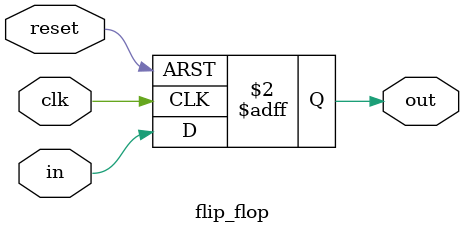
<source format=sv>
module clock_sync(CLOCK_50, async_clk, edgedetect);
    input CLOCK_50, async_clk; 
    output logic edgedetect; // = 1'b0; 

    logic ff1out, ff2out, ff3out, sync_signal, reset; 

    assign reset = (!async_clk) & ff3out; 
    assign edgedetect = (!sync_signal) & ff3out; //edge detector 

    flip_flop ff1(.in(1'b1), .out(ff1out), .clk(async_clk), .reset(reset));
    flip_flop ff2(.in(ff1out), .out(ff2out), .clk(CLOCK_50), .reset(1'b0));
    flip_flop ff3(.in(ff2out), .out(ff3out), .clk(CLOCK_50), .reset(1'b0));
    flip_flop ff4(.in(ff3out), .out(sync_signal), .clk(CLOCK_50), .reset(1'b0));

endmodule 

module flip_flop(in, out, clk, reset);
    input in,clk, reset;
    output logic out;  

    always_ff @(posedge clk or posedge reset) begin
        if(reset)
            out <= 1'b0; 
        else 
            out <= in; 
    end
endmodule


</source>
